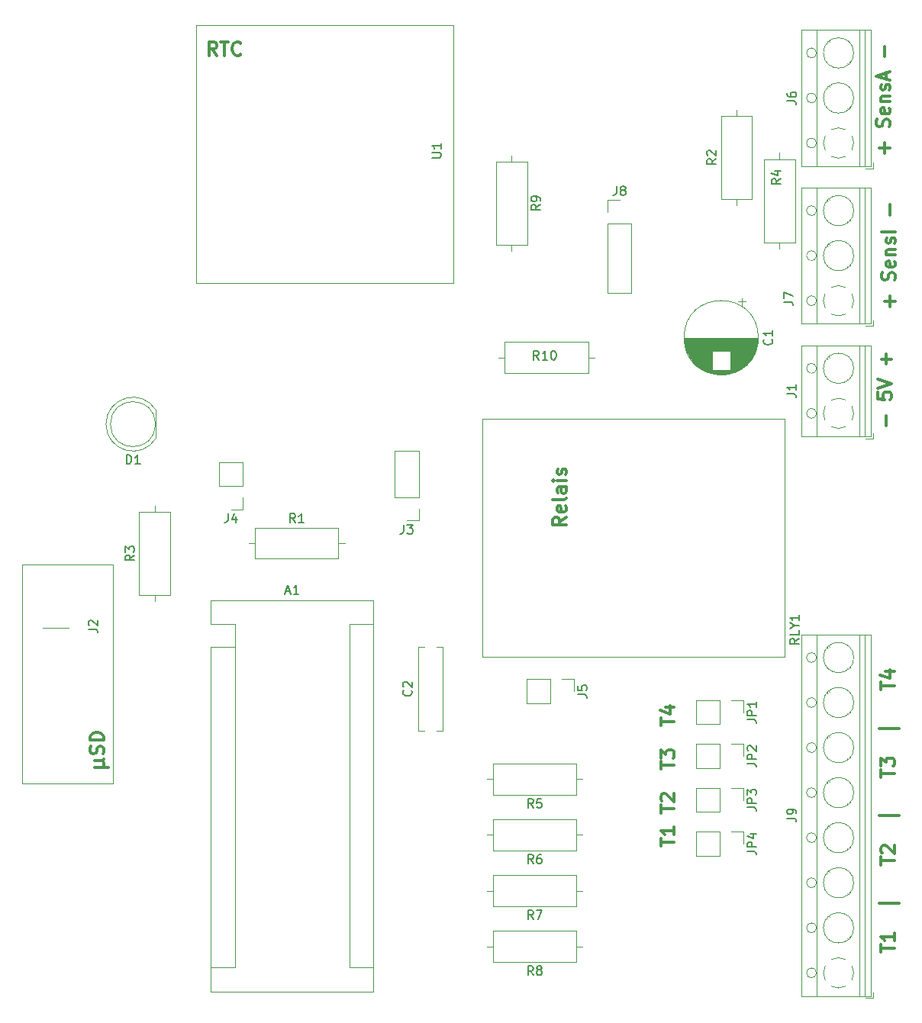
<source format=gbr>
%TF.GenerationSoftware,KiCad,Pcbnew,(6.0.7)*%
%TF.CreationDate,2022-10-11T21:25:08+02:00*%
%TF.ProjectId,Taupunktlueftung,54617570-756e-46b7-946c-75656674756e,rev?*%
%TF.SameCoordinates,Original*%
%TF.FileFunction,Legend,Top*%
%TF.FilePolarity,Positive*%
%FSLAX46Y46*%
G04 Gerber Fmt 4.6, Leading zero omitted, Abs format (unit mm)*
G04 Created by KiCad (PCBNEW (6.0.7)) date 2022-10-11 21:25:08*
%MOMM*%
%LPD*%
G01*
G04 APERTURE LIST*
%ADD10C,0.300000*%
%ADD11C,0.150000*%
%ADD12C,0.120000*%
G04 APERTURE END LIST*
D10*
X127607142Y-88400000D02*
X127607142Y-87257142D01*
X126678571Y-84685714D02*
X126678571Y-85400000D01*
X127392857Y-85471428D01*
X127321428Y-85400000D01*
X127250000Y-85257142D01*
X127250000Y-84900000D01*
X127321428Y-84757142D01*
X127392857Y-84685714D01*
X127535714Y-84614285D01*
X127892857Y-84614285D01*
X128035714Y-84685714D01*
X128107142Y-84757142D01*
X128178571Y-84900000D01*
X128178571Y-85257142D01*
X128107142Y-85400000D01*
X128035714Y-85471428D01*
X126678571Y-84185714D02*
X128178571Y-83685714D01*
X126678571Y-83185714D01*
X127607142Y-81542857D02*
X127607142Y-80400000D01*
X128178571Y-80971428D02*
X127035714Y-80971428D01*
X39778571Y-126292857D02*
X41278571Y-126292857D01*
X40564285Y-125578571D02*
X40707142Y-125507142D01*
X40778571Y-125364285D01*
X40564285Y-126292857D02*
X40707142Y-126221428D01*
X40778571Y-126078571D01*
X40778571Y-125792857D01*
X40707142Y-125650000D01*
X40564285Y-125578571D01*
X39778571Y-125578571D01*
X40707142Y-124792857D02*
X40778571Y-124578571D01*
X40778571Y-124221428D01*
X40707142Y-124078571D01*
X40635714Y-124007142D01*
X40492857Y-123935714D01*
X40350000Y-123935714D01*
X40207142Y-124007142D01*
X40135714Y-124078571D01*
X40064285Y-124221428D01*
X39992857Y-124507142D01*
X39921428Y-124650000D01*
X39850000Y-124721428D01*
X39707142Y-124792857D01*
X39564285Y-124792857D01*
X39421428Y-124721428D01*
X39350000Y-124650000D01*
X39278571Y-124507142D01*
X39278571Y-124150000D01*
X39350000Y-123935714D01*
X40778571Y-123292857D02*
X39278571Y-123292857D01*
X39278571Y-122935714D01*
X39350000Y-122721428D01*
X39492857Y-122578571D01*
X39635714Y-122507142D01*
X39921428Y-122435714D01*
X40135714Y-122435714D01*
X40421428Y-122507142D01*
X40564285Y-122578571D01*
X40707142Y-122721428D01*
X40778571Y-122935714D01*
X40778571Y-123292857D01*
X128007142Y-75142857D02*
X128007142Y-74000000D01*
X128578571Y-74571428D02*
X127435714Y-74571428D01*
X128507142Y-72214285D02*
X128578571Y-72000000D01*
X128578571Y-71642857D01*
X128507142Y-71500000D01*
X128435714Y-71428571D01*
X128292857Y-71357142D01*
X128150000Y-71357142D01*
X128007142Y-71428571D01*
X127935714Y-71500000D01*
X127864285Y-71642857D01*
X127792857Y-71928571D01*
X127721428Y-72071428D01*
X127650000Y-72142857D01*
X127507142Y-72214285D01*
X127364285Y-72214285D01*
X127221428Y-72142857D01*
X127150000Y-72071428D01*
X127078571Y-71928571D01*
X127078571Y-71571428D01*
X127150000Y-71357142D01*
X128507142Y-70142857D02*
X128578571Y-70285714D01*
X128578571Y-70571428D01*
X128507142Y-70714285D01*
X128364285Y-70785714D01*
X127792857Y-70785714D01*
X127650000Y-70714285D01*
X127578571Y-70571428D01*
X127578571Y-70285714D01*
X127650000Y-70142857D01*
X127792857Y-70071428D01*
X127935714Y-70071428D01*
X128078571Y-70785714D01*
X127578571Y-69428571D02*
X128578571Y-69428571D01*
X127721428Y-69428571D02*
X127650000Y-69357142D01*
X127578571Y-69214285D01*
X127578571Y-69000000D01*
X127650000Y-68857142D01*
X127792857Y-68785714D01*
X128578571Y-68785714D01*
X128507142Y-68142857D02*
X128578571Y-68000000D01*
X128578571Y-67714285D01*
X128507142Y-67571428D01*
X128364285Y-67500000D01*
X128292857Y-67500000D01*
X128150000Y-67571428D01*
X128078571Y-67714285D01*
X128078571Y-67928571D01*
X128007142Y-68071428D01*
X127864285Y-68142857D01*
X127792857Y-68142857D01*
X127650000Y-68071428D01*
X127578571Y-67928571D01*
X127578571Y-67714285D01*
X127650000Y-67571428D01*
X128578571Y-66857142D02*
X127078571Y-66857142D01*
X128007142Y-65000000D02*
X128007142Y-63857142D01*
X126978571Y-146814285D02*
X126978571Y-145957142D01*
X128478571Y-146385714D02*
X126978571Y-146385714D01*
X128478571Y-144671428D02*
X128478571Y-145528571D01*
X128478571Y-145100000D02*
X126978571Y-145100000D01*
X127192857Y-145242857D01*
X127335714Y-145385714D01*
X127407142Y-145528571D01*
X128978571Y-141385714D02*
X126835714Y-141385714D01*
X126978571Y-137100000D02*
X126978571Y-136242857D01*
X128478571Y-136671428D02*
X126978571Y-136671428D01*
X127121428Y-135814285D02*
X127050000Y-135742857D01*
X126978571Y-135600000D01*
X126978571Y-135242857D01*
X127050000Y-135100000D01*
X127121428Y-135028571D01*
X127264285Y-134957142D01*
X127407142Y-134957142D01*
X127621428Y-135028571D01*
X128478571Y-135885714D01*
X128478571Y-134957142D01*
X128978571Y-131671428D02*
X126835714Y-131671428D01*
X126978571Y-127385714D02*
X126978571Y-126528571D01*
X128478571Y-126957142D02*
X126978571Y-126957142D01*
X126978571Y-126171428D02*
X126978571Y-125242857D01*
X127550000Y-125742857D01*
X127550000Y-125528571D01*
X127621428Y-125385714D01*
X127692857Y-125314285D01*
X127835714Y-125242857D01*
X128192857Y-125242857D01*
X128335714Y-125314285D01*
X128407142Y-125385714D01*
X128478571Y-125528571D01*
X128478571Y-125957142D01*
X128407142Y-126100000D01*
X128335714Y-126171428D01*
X128978571Y-121957142D02*
X126835714Y-121957142D01*
X126978571Y-117671428D02*
X126978571Y-116814285D01*
X128478571Y-117242857D02*
X126978571Y-117242857D01*
X127478571Y-115671428D02*
X128478571Y-115671428D01*
X126907142Y-116028571D02*
X127978571Y-116385714D01*
X127978571Y-115457142D01*
X92078571Y-98514285D02*
X91364285Y-99014285D01*
X92078571Y-99371428D02*
X90578571Y-99371428D01*
X90578571Y-98800000D01*
X90650000Y-98657142D01*
X90721428Y-98585714D01*
X90864285Y-98514285D01*
X91078571Y-98514285D01*
X91221428Y-98585714D01*
X91292857Y-98657142D01*
X91364285Y-98800000D01*
X91364285Y-99371428D01*
X92007142Y-97300000D02*
X92078571Y-97442857D01*
X92078571Y-97728571D01*
X92007142Y-97871428D01*
X91864285Y-97942857D01*
X91292857Y-97942857D01*
X91150000Y-97871428D01*
X91078571Y-97728571D01*
X91078571Y-97442857D01*
X91150000Y-97300000D01*
X91292857Y-97228571D01*
X91435714Y-97228571D01*
X91578571Y-97942857D01*
X92078571Y-96371428D02*
X92007142Y-96514285D01*
X91864285Y-96585714D01*
X90578571Y-96585714D01*
X92078571Y-95157142D02*
X91292857Y-95157142D01*
X91150000Y-95228571D01*
X91078571Y-95371428D01*
X91078571Y-95657142D01*
X91150000Y-95800000D01*
X92007142Y-95157142D02*
X92078571Y-95300000D01*
X92078571Y-95657142D01*
X92007142Y-95800000D01*
X91864285Y-95871428D01*
X91721428Y-95871428D01*
X91578571Y-95800000D01*
X91507142Y-95657142D01*
X91507142Y-95300000D01*
X91435714Y-95157142D01*
X92078571Y-94442857D02*
X91078571Y-94442857D01*
X90578571Y-94442857D02*
X90650000Y-94514285D01*
X90721428Y-94442857D01*
X90650000Y-94371428D01*
X90578571Y-94442857D01*
X90721428Y-94442857D01*
X92007142Y-93800000D02*
X92078571Y-93657142D01*
X92078571Y-93371428D01*
X92007142Y-93228571D01*
X91864285Y-93157142D01*
X91792857Y-93157142D01*
X91650000Y-93228571D01*
X91578571Y-93371428D01*
X91578571Y-93585714D01*
X91507142Y-93728571D01*
X91364285Y-93800000D01*
X91292857Y-93800000D01*
X91150000Y-93728571D01*
X91078571Y-93585714D01*
X91078571Y-93371428D01*
X91150000Y-93228571D01*
X102578571Y-135057142D02*
X102578571Y-134200000D01*
X104078571Y-134628571D02*
X102578571Y-134628571D01*
X104078571Y-132914285D02*
X104078571Y-133771428D01*
X104078571Y-133342857D02*
X102578571Y-133342857D01*
X102792857Y-133485714D01*
X102935714Y-133628571D01*
X103007142Y-133771428D01*
X102578571Y-131342857D02*
X102578571Y-130485714D01*
X104078571Y-130914285D02*
X102578571Y-130914285D01*
X102721428Y-130057142D02*
X102650000Y-129985714D01*
X102578571Y-129842857D01*
X102578571Y-129485714D01*
X102650000Y-129342857D01*
X102721428Y-129271428D01*
X102864285Y-129200000D01*
X103007142Y-129200000D01*
X103221428Y-129271428D01*
X104078571Y-130128571D01*
X104078571Y-129200000D01*
X102578571Y-126485714D02*
X102578571Y-125628571D01*
X104078571Y-126057142D02*
X102578571Y-126057142D01*
X102578571Y-125271428D02*
X102578571Y-124342857D01*
X103150000Y-124842857D01*
X103150000Y-124628571D01*
X103221428Y-124485714D01*
X103292857Y-124414285D01*
X103435714Y-124342857D01*
X103792857Y-124342857D01*
X103935714Y-124414285D01*
X104007142Y-124485714D01*
X104078571Y-124628571D01*
X104078571Y-125057142D01*
X104007142Y-125200000D01*
X103935714Y-125271428D01*
X102578571Y-121628571D02*
X102578571Y-120771428D01*
X104078571Y-121200000D02*
X102578571Y-121200000D01*
X103078571Y-119628571D02*
X104078571Y-119628571D01*
X102507142Y-119985714D02*
X103578571Y-120342857D01*
X103578571Y-119414285D01*
X53342857Y-47278571D02*
X52842857Y-46564285D01*
X52485714Y-47278571D02*
X52485714Y-45778571D01*
X53057142Y-45778571D01*
X53200000Y-45850000D01*
X53271428Y-45921428D01*
X53342857Y-46064285D01*
X53342857Y-46278571D01*
X53271428Y-46421428D01*
X53200000Y-46492857D01*
X53057142Y-46564285D01*
X52485714Y-46564285D01*
X53771428Y-45778571D02*
X54628571Y-45778571D01*
X54200000Y-47278571D02*
X54200000Y-45778571D01*
X55985714Y-47135714D02*
X55914285Y-47207142D01*
X55700000Y-47278571D01*
X55557142Y-47278571D01*
X55342857Y-47207142D01*
X55200000Y-47064285D01*
X55128571Y-46921428D01*
X55057142Y-46635714D01*
X55057142Y-46421428D01*
X55128571Y-46135714D01*
X55200000Y-45992857D01*
X55342857Y-45850000D01*
X55557142Y-45778571D01*
X55700000Y-45778571D01*
X55914285Y-45850000D01*
X55985714Y-45921428D01*
X127407142Y-58128571D02*
X127407142Y-56985714D01*
X127978571Y-57557142D02*
X126835714Y-57557142D01*
X127907142Y-55200000D02*
X127978571Y-54985714D01*
X127978571Y-54628571D01*
X127907142Y-54485714D01*
X127835714Y-54414285D01*
X127692857Y-54342857D01*
X127550000Y-54342857D01*
X127407142Y-54414285D01*
X127335714Y-54485714D01*
X127264285Y-54628571D01*
X127192857Y-54914285D01*
X127121428Y-55057142D01*
X127050000Y-55128571D01*
X126907142Y-55200000D01*
X126764285Y-55200000D01*
X126621428Y-55128571D01*
X126550000Y-55057142D01*
X126478571Y-54914285D01*
X126478571Y-54557142D01*
X126550000Y-54342857D01*
X127907142Y-53128571D02*
X127978571Y-53271428D01*
X127978571Y-53557142D01*
X127907142Y-53700000D01*
X127764285Y-53771428D01*
X127192857Y-53771428D01*
X127050000Y-53700000D01*
X126978571Y-53557142D01*
X126978571Y-53271428D01*
X127050000Y-53128571D01*
X127192857Y-53057142D01*
X127335714Y-53057142D01*
X127478571Y-53771428D01*
X126978571Y-52414285D02*
X127978571Y-52414285D01*
X127121428Y-52414285D02*
X127050000Y-52342857D01*
X126978571Y-52200000D01*
X126978571Y-51985714D01*
X127050000Y-51842857D01*
X127192857Y-51771428D01*
X127978571Y-51771428D01*
X127907142Y-51128571D02*
X127978571Y-50985714D01*
X127978571Y-50700000D01*
X127907142Y-50557142D01*
X127764285Y-50485714D01*
X127692857Y-50485714D01*
X127550000Y-50557142D01*
X127478571Y-50700000D01*
X127478571Y-50914285D01*
X127407142Y-51057142D01*
X127264285Y-51128571D01*
X127192857Y-51128571D01*
X127050000Y-51057142D01*
X126978571Y-50914285D01*
X126978571Y-50700000D01*
X127050000Y-50557142D01*
X127550000Y-49914285D02*
X127550000Y-49200000D01*
X127978571Y-50057142D02*
X126478571Y-49557142D01*
X127978571Y-49057142D01*
X127407142Y-47414285D02*
X127407142Y-46271428D01*
D11*
%TO.C,U1*%
X77202380Y-58611904D02*
X78011904Y-58611904D01*
X78107142Y-58564285D01*
X78154761Y-58516666D01*
X78202380Y-58421428D01*
X78202380Y-58230952D01*
X78154761Y-58135714D01*
X78107142Y-58088095D01*
X78011904Y-58040476D01*
X77202380Y-58040476D01*
X78202380Y-57040476D02*
X78202380Y-57611904D01*
X78202380Y-57326190D02*
X77202380Y-57326190D01*
X77345238Y-57421428D01*
X77440476Y-57516666D01*
X77488095Y-57611904D01*
%TO.C,RLY1*%
X117902380Y-112000000D02*
X117426190Y-112333333D01*
X117902380Y-112571428D02*
X116902380Y-112571428D01*
X116902380Y-112190476D01*
X116950000Y-112095238D01*
X116997619Y-112047619D01*
X117092857Y-112000000D01*
X117235714Y-112000000D01*
X117330952Y-112047619D01*
X117378571Y-112095238D01*
X117426190Y-112190476D01*
X117426190Y-112571428D01*
X117902380Y-111095238D02*
X117902380Y-111571428D01*
X116902380Y-111571428D01*
X117426190Y-110571428D02*
X117902380Y-110571428D01*
X116902380Y-110904761D02*
X117426190Y-110571428D01*
X116902380Y-110238095D01*
X117902380Y-109380952D02*
X117902380Y-109952380D01*
X117902380Y-109666666D02*
X116902380Y-109666666D01*
X117045238Y-109761904D01*
X117140476Y-109857142D01*
X117188095Y-109952380D01*
%TO.C,J2*%
X39077380Y-110958333D02*
X39791666Y-110958333D01*
X39934523Y-111005952D01*
X40029761Y-111101190D01*
X40077380Y-111244047D01*
X40077380Y-111339285D01*
X39172619Y-110529761D02*
X39125000Y-110482142D01*
X39077380Y-110386904D01*
X39077380Y-110148809D01*
X39125000Y-110053571D01*
X39172619Y-110005952D01*
X39267857Y-109958333D01*
X39363095Y-109958333D01*
X39505952Y-110005952D01*
X40077380Y-110577380D01*
X40077380Y-109958333D01*
%TO.C,R1*%
X62033333Y-99132380D02*
X61700000Y-98656190D01*
X61461904Y-99132380D02*
X61461904Y-98132380D01*
X61842857Y-98132380D01*
X61938095Y-98180000D01*
X61985714Y-98227619D01*
X62033333Y-98322857D01*
X62033333Y-98465714D01*
X61985714Y-98560952D01*
X61938095Y-98608571D01*
X61842857Y-98656190D01*
X61461904Y-98656190D01*
X62985714Y-99132380D02*
X62414285Y-99132380D01*
X62700000Y-99132380D02*
X62700000Y-98132380D01*
X62604761Y-98275238D01*
X62509523Y-98370476D01*
X62414285Y-98418095D01*
%TO.C,R4*%
X115852380Y-60966666D02*
X115376190Y-61300000D01*
X115852380Y-61538095D02*
X114852380Y-61538095D01*
X114852380Y-61157142D01*
X114900000Y-61061904D01*
X114947619Y-61014285D01*
X115042857Y-60966666D01*
X115185714Y-60966666D01*
X115280952Y-61014285D01*
X115328571Y-61061904D01*
X115376190Y-61157142D01*
X115376190Y-61538095D01*
X115185714Y-60109523D02*
X115852380Y-60109523D01*
X114804761Y-60347619D02*
X115519047Y-60585714D01*
X115519047Y-59966666D01*
%TO.C,J4*%
X54566666Y-98112380D02*
X54566666Y-98826666D01*
X54519047Y-98969523D01*
X54423809Y-99064761D01*
X54280952Y-99112380D01*
X54185714Y-99112380D01*
X55471428Y-98445714D02*
X55471428Y-99112380D01*
X55233333Y-98064761D02*
X54995238Y-98779047D01*
X55614285Y-98779047D01*
%TO.C,C2*%
X74882142Y-117741666D02*
X74929761Y-117789285D01*
X74977380Y-117932142D01*
X74977380Y-118027380D01*
X74929761Y-118170238D01*
X74834523Y-118265476D01*
X74739285Y-118313095D01*
X74548809Y-118360714D01*
X74405952Y-118360714D01*
X74215476Y-118313095D01*
X74120238Y-118265476D01*
X74025000Y-118170238D01*
X73977380Y-118027380D01*
X73977380Y-117932142D01*
X74025000Y-117789285D01*
X74072619Y-117741666D01*
X74072619Y-117360714D02*
X74025000Y-117313095D01*
X73977380Y-117217857D01*
X73977380Y-116979761D01*
X74025000Y-116884523D01*
X74072619Y-116836904D01*
X74167857Y-116789285D01*
X74263095Y-116789285D01*
X74405952Y-116836904D01*
X74977380Y-117408333D01*
X74977380Y-116789285D01*
%TO.C,R7*%
X88433333Y-143155712D02*
X88100000Y-142679522D01*
X87861904Y-143155712D02*
X87861904Y-142155712D01*
X88242857Y-142155712D01*
X88338095Y-142203332D01*
X88385714Y-142250951D01*
X88433333Y-142346189D01*
X88433333Y-142489046D01*
X88385714Y-142584284D01*
X88338095Y-142631903D01*
X88242857Y-142679522D01*
X87861904Y-142679522D01*
X88766666Y-142155712D02*
X89433333Y-142155712D01*
X89004761Y-143155712D01*
%TO.C,R9*%
X89197380Y-63841666D02*
X88721190Y-64175000D01*
X89197380Y-64413095D02*
X88197380Y-64413095D01*
X88197380Y-64032142D01*
X88245000Y-63936904D01*
X88292619Y-63889285D01*
X88387857Y-63841666D01*
X88530714Y-63841666D01*
X88625952Y-63889285D01*
X88673571Y-63936904D01*
X88721190Y-64032142D01*
X88721190Y-64413095D01*
X89197380Y-63365476D02*
X89197380Y-63175000D01*
X89149761Y-63079761D01*
X89102142Y-63032142D01*
X88959285Y-62936904D01*
X88768809Y-62889285D01*
X88387857Y-62889285D01*
X88292619Y-62936904D01*
X88245000Y-62984523D01*
X88197380Y-63079761D01*
X88197380Y-63270238D01*
X88245000Y-63365476D01*
X88292619Y-63413095D01*
X88387857Y-63460714D01*
X88625952Y-63460714D01*
X88721190Y-63413095D01*
X88768809Y-63365476D01*
X88816428Y-63270238D01*
X88816428Y-63079761D01*
X88768809Y-62984523D01*
X88721190Y-62936904D01*
X88625952Y-62889285D01*
%TO.C,R2*%
X108707380Y-58766666D02*
X108231190Y-59100000D01*
X108707380Y-59338095D02*
X107707380Y-59338095D01*
X107707380Y-58957142D01*
X107755000Y-58861904D01*
X107802619Y-58814285D01*
X107897857Y-58766666D01*
X108040714Y-58766666D01*
X108135952Y-58814285D01*
X108183571Y-58861904D01*
X108231190Y-58957142D01*
X108231190Y-59338095D01*
X107802619Y-58385714D02*
X107755000Y-58338095D01*
X107707380Y-58242857D01*
X107707380Y-58004761D01*
X107755000Y-57909523D01*
X107802619Y-57861904D01*
X107897857Y-57814285D01*
X107993095Y-57814285D01*
X108135952Y-57861904D01*
X108707380Y-58433333D01*
X108707380Y-57814285D01*
%TO.C,D1*%
X43291904Y-92612380D02*
X43291904Y-91612380D01*
X43530000Y-91612380D01*
X43672857Y-91660000D01*
X43768095Y-91755238D01*
X43815714Y-91850476D01*
X43863333Y-92040952D01*
X43863333Y-92183809D01*
X43815714Y-92374285D01*
X43768095Y-92469523D01*
X43672857Y-92564761D01*
X43530000Y-92612380D01*
X43291904Y-92612380D01*
X44815714Y-92612380D02*
X44244285Y-92612380D01*
X44530000Y-92612380D02*
X44530000Y-91612380D01*
X44434761Y-91755238D01*
X44339523Y-91850476D01*
X44244285Y-91898095D01*
%TO.C,R8*%
X88433333Y-149347380D02*
X88100000Y-148871190D01*
X87861904Y-149347380D02*
X87861904Y-148347380D01*
X88242857Y-148347380D01*
X88338095Y-148395000D01*
X88385714Y-148442619D01*
X88433333Y-148537857D01*
X88433333Y-148680714D01*
X88385714Y-148775952D01*
X88338095Y-148823571D01*
X88242857Y-148871190D01*
X87861904Y-148871190D01*
X89004761Y-148775952D02*
X88909523Y-148728333D01*
X88861904Y-148680714D01*
X88814285Y-148585476D01*
X88814285Y-148537857D01*
X88861904Y-148442619D01*
X88909523Y-148395000D01*
X89004761Y-148347380D01*
X89195238Y-148347380D01*
X89290476Y-148395000D01*
X89338095Y-148442619D01*
X89385714Y-148537857D01*
X89385714Y-148585476D01*
X89338095Y-148680714D01*
X89290476Y-148728333D01*
X89195238Y-148775952D01*
X89004761Y-148775952D01*
X88909523Y-148823571D01*
X88861904Y-148871190D01*
X88814285Y-148966428D01*
X88814285Y-149156904D01*
X88861904Y-149252142D01*
X88909523Y-149299761D01*
X89004761Y-149347380D01*
X89195238Y-149347380D01*
X89290476Y-149299761D01*
X89338095Y-149252142D01*
X89385714Y-149156904D01*
X89385714Y-148966428D01*
X89338095Y-148871190D01*
X89290476Y-148823571D01*
X89195238Y-148775952D01*
%TO.C,C1*%
X114882142Y-78766666D02*
X114929761Y-78814285D01*
X114977380Y-78957142D01*
X114977380Y-79052380D01*
X114929761Y-79195238D01*
X114834523Y-79290476D01*
X114739285Y-79338095D01*
X114548809Y-79385714D01*
X114405952Y-79385714D01*
X114215476Y-79338095D01*
X114120238Y-79290476D01*
X114025000Y-79195238D01*
X113977380Y-79052380D01*
X113977380Y-78957142D01*
X114025000Y-78814285D01*
X114072619Y-78766666D01*
X114977380Y-77814285D02*
X114977380Y-78385714D01*
X114977380Y-78100000D02*
X113977380Y-78100000D01*
X114120238Y-78195238D01*
X114215476Y-78290476D01*
X114263095Y-78385714D01*
%TO.C,J8*%
X97666666Y-61797380D02*
X97666666Y-62511666D01*
X97619047Y-62654523D01*
X97523809Y-62749761D01*
X97380952Y-62797380D01*
X97285714Y-62797380D01*
X98285714Y-62225952D02*
X98190476Y-62178333D01*
X98142857Y-62130714D01*
X98095238Y-62035476D01*
X98095238Y-61987857D01*
X98142857Y-61892619D01*
X98190476Y-61845000D01*
X98285714Y-61797380D01*
X98476190Y-61797380D01*
X98571428Y-61845000D01*
X98619047Y-61892619D01*
X98666666Y-61987857D01*
X98666666Y-62035476D01*
X98619047Y-62130714D01*
X98571428Y-62178333D01*
X98476190Y-62225952D01*
X98285714Y-62225952D01*
X98190476Y-62273571D01*
X98142857Y-62321190D01*
X98095238Y-62416428D01*
X98095238Y-62606904D01*
X98142857Y-62702142D01*
X98190476Y-62749761D01*
X98285714Y-62797380D01*
X98476190Y-62797380D01*
X98571428Y-62749761D01*
X98619047Y-62702142D01*
X98666666Y-62606904D01*
X98666666Y-62416428D01*
X98619047Y-62321190D01*
X98571428Y-62273571D01*
X98476190Y-62225952D01*
%TO.C,J5*%
X93382380Y-118183333D02*
X94096666Y-118183333D01*
X94239523Y-118230952D01*
X94334761Y-118326190D01*
X94382380Y-118469047D01*
X94382380Y-118564285D01*
X93382380Y-117230952D02*
X93382380Y-117707142D01*
X93858571Y-117754761D01*
X93810952Y-117707142D01*
X93763333Y-117611904D01*
X93763333Y-117373809D01*
X93810952Y-117278571D01*
X93858571Y-117230952D01*
X93953809Y-117183333D01*
X94191904Y-117183333D01*
X94287142Y-117230952D01*
X94334761Y-117278571D01*
X94382380Y-117373809D01*
X94382380Y-117611904D01*
X94334761Y-117707142D01*
X94287142Y-117754761D01*
%TO.C,J6*%
X116592380Y-52333333D02*
X117306666Y-52333333D01*
X117449523Y-52380952D01*
X117544761Y-52476190D01*
X117592380Y-52619047D01*
X117592380Y-52714285D01*
X116592380Y-51428571D02*
X116592380Y-51619047D01*
X116640000Y-51714285D01*
X116687619Y-51761904D01*
X116830476Y-51857142D01*
X117020952Y-51904761D01*
X117401904Y-51904761D01*
X117497142Y-51857142D01*
X117544761Y-51809523D01*
X117592380Y-51714285D01*
X117592380Y-51523809D01*
X117544761Y-51428571D01*
X117497142Y-51380952D01*
X117401904Y-51333333D01*
X117163809Y-51333333D01*
X117068571Y-51380952D01*
X117020952Y-51428571D01*
X116973333Y-51523809D01*
X116973333Y-51714285D01*
X117020952Y-51809523D01*
X117068571Y-51857142D01*
X117163809Y-51904761D01*
%TO.C,J1*%
X116592380Y-84833333D02*
X117306666Y-84833333D01*
X117449523Y-84880952D01*
X117544761Y-84976190D01*
X117592380Y-85119047D01*
X117592380Y-85214285D01*
X117592380Y-83833333D02*
X117592380Y-84404761D01*
X117592380Y-84119047D02*
X116592380Y-84119047D01*
X116735238Y-84214285D01*
X116830476Y-84309523D01*
X116878095Y-84404761D01*
%TO.C,J7*%
X116252380Y-74633333D02*
X116966666Y-74633333D01*
X117109523Y-74680952D01*
X117204761Y-74776190D01*
X117252380Y-74919047D01*
X117252380Y-75014285D01*
X116252380Y-74252380D02*
X116252380Y-73585714D01*
X117252380Y-74014285D01*
%TO.C,J9*%
X116592380Y-131933333D02*
X117306666Y-131933333D01*
X117449523Y-131980952D01*
X117544761Y-132076190D01*
X117592380Y-132219047D01*
X117592380Y-132314285D01*
X117592380Y-131409523D02*
X117592380Y-131219047D01*
X117544761Y-131123809D01*
X117497142Y-131076190D01*
X117354285Y-130980952D01*
X117163809Y-130933333D01*
X116782857Y-130933333D01*
X116687619Y-130980952D01*
X116640000Y-131028571D01*
X116592380Y-131123809D01*
X116592380Y-131314285D01*
X116640000Y-131409523D01*
X116687619Y-131457142D01*
X116782857Y-131504761D01*
X117020952Y-131504761D01*
X117116190Y-131457142D01*
X117163809Y-131409523D01*
X117211428Y-131314285D01*
X117211428Y-131123809D01*
X117163809Y-131028571D01*
X117116190Y-130980952D01*
X117020952Y-130933333D01*
%TO.C,R3*%
X44182380Y-102741666D02*
X43706190Y-103075000D01*
X44182380Y-103313095D02*
X43182380Y-103313095D01*
X43182380Y-102932142D01*
X43230000Y-102836904D01*
X43277619Y-102789285D01*
X43372857Y-102741666D01*
X43515714Y-102741666D01*
X43610952Y-102789285D01*
X43658571Y-102836904D01*
X43706190Y-102932142D01*
X43706190Y-103313095D01*
X43182380Y-102408333D02*
X43182380Y-101789285D01*
X43563333Y-102122619D01*
X43563333Y-101979761D01*
X43610952Y-101884523D01*
X43658571Y-101836904D01*
X43753809Y-101789285D01*
X43991904Y-101789285D01*
X44087142Y-101836904D01*
X44134761Y-101884523D01*
X44182380Y-101979761D01*
X44182380Y-102265476D01*
X44134761Y-102360714D01*
X44087142Y-102408333D01*
%TO.C,J3*%
X74066666Y-99362380D02*
X74066666Y-100076666D01*
X74019047Y-100219523D01*
X73923809Y-100314761D01*
X73780952Y-100362380D01*
X73685714Y-100362380D01*
X74447619Y-99362380D02*
X75066666Y-99362380D01*
X74733333Y-99743333D01*
X74876190Y-99743333D01*
X74971428Y-99790952D01*
X75019047Y-99838571D01*
X75066666Y-99933809D01*
X75066666Y-100171904D01*
X75019047Y-100267142D01*
X74971428Y-100314761D01*
X74876190Y-100362380D01*
X74590476Y-100362380D01*
X74495238Y-100314761D01*
X74447619Y-100267142D01*
%TO.C,R10*%
X89057142Y-81052380D02*
X88723809Y-80576190D01*
X88485714Y-81052380D02*
X88485714Y-80052380D01*
X88866666Y-80052380D01*
X88961904Y-80100000D01*
X89009523Y-80147619D01*
X89057142Y-80242857D01*
X89057142Y-80385714D01*
X89009523Y-80480952D01*
X88961904Y-80528571D01*
X88866666Y-80576190D01*
X88485714Y-80576190D01*
X90009523Y-81052380D02*
X89438095Y-81052380D01*
X89723809Y-81052380D02*
X89723809Y-80052380D01*
X89628571Y-80195238D01*
X89533333Y-80290476D01*
X89438095Y-80338095D01*
X90628571Y-80052380D02*
X90723809Y-80052380D01*
X90819047Y-80100000D01*
X90866666Y-80147619D01*
X90914285Y-80242857D01*
X90961904Y-80433333D01*
X90961904Y-80671428D01*
X90914285Y-80861904D01*
X90866666Y-80957142D01*
X90819047Y-81004761D01*
X90723809Y-81052380D01*
X90628571Y-81052380D01*
X90533333Y-81004761D01*
X90485714Y-80957142D01*
X90438095Y-80861904D01*
X90390476Y-80671428D01*
X90390476Y-80433333D01*
X90438095Y-80242857D01*
X90485714Y-80147619D01*
X90533333Y-80100000D01*
X90628571Y-80052380D01*
%TO.C,A1*%
X60980714Y-106761666D02*
X61456904Y-106761666D01*
X60885476Y-107047380D02*
X61218809Y-106047380D01*
X61552142Y-107047380D01*
X62409285Y-107047380D02*
X61837857Y-107047380D01*
X62123571Y-107047380D02*
X62123571Y-106047380D01*
X62028333Y-106190238D01*
X61933095Y-106285476D01*
X61837857Y-106333095D01*
%TO.C,JP2*%
X112182380Y-125874999D02*
X112896666Y-125874999D01*
X113039523Y-125922618D01*
X113134761Y-126017856D01*
X113182380Y-126160713D01*
X113182380Y-126255951D01*
X113182380Y-125398808D02*
X112182380Y-125398808D01*
X112182380Y-125017856D01*
X112230000Y-124922618D01*
X112277619Y-124874999D01*
X112372857Y-124827380D01*
X112515714Y-124827380D01*
X112610952Y-124874999D01*
X112658571Y-124922618D01*
X112706190Y-125017856D01*
X112706190Y-125398808D01*
X112277619Y-124446427D02*
X112230000Y-124398808D01*
X112182380Y-124303570D01*
X112182380Y-124065475D01*
X112230000Y-123970237D01*
X112277619Y-123922618D01*
X112372857Y-123874999D01*
X112468095Y-123874999D01*
X112610952Y-123922618D01*
X113182380Y-124494046D01*
X113182380Y-123874999D01*
%TO.C,JP1*%
X112182380Y-121008333D02*
X112896666Y-121008333D01*
X113039523Y-121055952D01*
X113134761Y-121151190D01*
X113182380Y-121294047D01*
X113182380Y-121389285D01*
X113182380Y-120532142D02*
X112182380Y-120532142D01*
X112182380Y-120151190D01*
X112230000Y-120055952D01*
X112277619Y-120008333D01*
X112372857Y-119960714D01*
X112515714Y-119960714D01*
X112610952Y-120008333D01*
X112658571Y-120055952D01*
X112706190Y-120151190D01*
X112706190Y-120532142D01*
X113182380Y-119008333D02*
X113182380Y-119579761D01*
X113182380Y-119294047D02*
X112182380Y-119294047D01*
X112325238Y-119389285D01*
X112420476Y-119484523D01*
X112468095Y-119579761D01*
%TO.C,JP3*%
X112182380Y-130741665D02*
X112896666Y-130741665D01*
X113039523Y-130789284D01*
X113134761Y-130884522D01*
X113182380Y-131027379D01*
X113182380Y-131122617D01*
X113182380Y-130265474D02*
X112182380Y-130265474D01*
X112182380Y-129884522D01*
X112230000Y-129789284D01*
X112277619Y-129741665D01*
X112372857Y-129694046D01*
X112515714Y-129694046D01*
X112610952Y-129741665D01*
X112658571Y-129789284D01*
X112706190Y-129884522D01*
X112706190Y-130265474D01*
X112182380Y-129360712D02*
X112182380Y-128741665D01*
X112563333Y-129074998D01*
X112563333Y-128932141D01*
X112610952Y-128836903D01*
X112658571Y-128789284D01*
X112753809Y-128741665D01*
X112991904Y-128741665D01*
X113087142Y-128789284D01*
X113134761Y-128836903D01*
X113182380Y-128932141D01*
X113182380Y-129217855D01*
X113134761Y-129313093D01*
X113087142Y-129360712D01*
%TO.C,JP4*%
X112182380Y-135608333D02*
X112896666Y-135608333D01*
X113039523Y-135655952D01*
X113134761Y-135751190D01*
X113182380Y-135894047D01*
X113182380Y-135989285D01*
X113182380Y-135132142D02*
X112182380Y-135132142D01*
X112182380Y-134751190D01*
X112230000Y-134655952D01*
X112277619Y-134608333D01*
X112372857Y-134560714D01*
X112515714Y-134560714D01*
X112610952Y-134608333D01*
X112658571Y-134655952D01*
X112706190Y-134751190D01*
X112706190Y-135132142D01*
X112515714Y-133703571D02*
X113182380Y-133703571D01*
X112134761Y-133941666D02*
X112849047Y-134179761D01*
X112849047Y-133560714D01*
%TO.C,R5*%
X88433333Y-130772380D02*
X88100000Y-130296190D01*
X87861904Y-130772380D02*
X87861904Y-129772380D01*
X88242857Y-129772380D01*
X88338095Y-129820000D01*
X88385714Y-129867619D01*
X88433333Y-129962857D01*
X88433333Y-130105714D01*
X88385714Y-130200952D01*
X88338095Y-130248571D01*
X88242857Y-130296190D01*
X87861904Y-130296190D01*
X89338095Y-129772380D02*
X88861904Y-129772380D01*
X88814285Y-130248571D01*
X88861904Y-130200952D01*
X88957142Y-130153333D01*
X89195238Y-130153333D01*
X89290476Y-130200952D01*
X89338095Y-130248571D01*
X89385714Y-130343809D01*
X89385714Y-130581904D01*
X89338095Y-130677142D01*
X89290476Y-130724761D01*
X89195238Y-130772380D01*
X88957142Y-130772380D01*
X88861904Y-130724761D01*
X88814285Y-130677142D01*
%TO.C,R6*%
X88433333Y-136964046D02*
X88100000Y-136487856D01*
X87861904Y-136964046D02*
X87861904Y-135964046D01*
X88242857Y-135964046D01*
X88338095Y-136011666D01*
X88385714Y-136059285D01*
X88433333Y-136154523D01*
X88433333Y-136297380D01*
X88385714Y-136392618D01*
X88338095Y-136440237D01*
X88242857Y-136487856D01*
X87861904Y-136487856D01*
X89290476Y-135964046D02*
X89100000Y-135964046D01*
X89004761Y-136011666D01*
X88957142Y-136059285D01*
X88861904Y-136202142D01*
X88814285Y-136392618D01*
X88814285Y-136773570D01*
X88861904Y-136868808D01*
X88909523Y-136916427D01*
X89004761Y-136964046D01*
X89195238Y-136964046D01*
X89290476Y-136916427D01*
X89338095Y-136868808D01*
X89385714Y-136773570D01*
X89385714Y-136535475D01*
X89338095Y-136440237D01*
X89290476Y-136392618D01*
X89195238Y-136344999D01*
X89004761Y-136344999D01*
X88909523Y-136392618D01*
X88861904Y-136440237D01*
X88814285Y-136535475D01*
D12*
%TO.C,U1*%
X79600000Y-72500000D02*
X51000000Y-72500000D01*
X79600000Y-43900000D02*
X51000000Y-43900000D01*
X79600000Y-72500000D02*
X79600000Y-43900000D01*
X51000000Y-43900000D02*
X51000000Y-72500000D01*
%TO.C,RLY1*%
X116300000Y-87600000D02*
X82800000Y-87600000D01*
X82800000Y-114000000D02*
X116300000Y-114000000D01*
X116300000Y-114000000D02*
X116300000Y-87600000D01*
X82800000Y-87600000D02*
X82800000Y-114000000D01*
%TO.C,J2*%
X31775000Y-103775000D02*
X31775000Y-128075000D01*
X36925000Y-110845000D02*
X34025000Y-110845000D01*
X31775000Y-103775000D02*
X41775000Y-103775000D01*
X31775000Y-128075000D02*
X41775000Y-128075000D01*
X41775000Y-103775000D02*
X41775000Y-128075000D01*
%TO.C,R1*%
X66820000Y-103120000D02*
X66820000Y-99680000D01*
X67510000Y-101400000D02*
X66820000Y-101400000D01*
X66820000Y-99680000D02*
X57580000Y-99680000D01*
X57580000Y-99680000D02*
X57580000Y-103120000D01*
X56890000Y-101400000D02*
X57580000Y-101400000D01*
X57580000Y-103120000D02*
X66820000Y-103120000D01*
%TO.C,R4*%
X114030000Y-68020000D02*
X117470000Y-68020000D01*
X117470000Y-58780000D02*
X114030000Y-58780000D01*
X114030000Y-58780000D02*
X114030000Y-68020000D01*
X115750000Y-58090000D02*
X115750000Y-58780000D01*
X117470000Y-68020000D02*
X117470000Y-58780000D01*
X115750000Y-68710000D02*
X115750000Y-68020000D01*
%TO.C,J4*%
X56230000Y-97660000D02*
X54900000Y-97660000D01*
X53570000Y-95060000D02*
X53570000Y-92460000D01*
X56230000Y-96330000D02*
X56230000Y-97660000D01*
X56230000Y-92460000D02*
X53570000Y-92460000D01*
X56230000Y-95060000D02*
X56230000Y-92460000D01*
X56230000Y-95060000D02*
X53570000Y-95060000D01*
%TO.C,C2*%
X78395000Y-122195000D02*
X78395000Y-112955000D01*
X75655000Y-122195000D02*
X75655000Y-112955000D01*
X75655000Y-122195000D02*
X76360000Y-122195000D01*
X75655000Y-112955000D02*
X76360000Y-112955000D01*
X77690000Y-122195000D02*
X78395000Y-122195000D01*
X77690000Y-112955000D02*
X78395000Y-112955000D01*
%TO.C,R7*%
X83980000Y-141703332D02*
X93220000Y-141703332D01*
X93220000Y-141703332D02*
X93220000Y-138263332D01*
X93910000Y-139983332D02*
X93220000Y-139983332D01*
X83980000Y-138263332D02*
X83980000Y-141703332D01*
X83290000Y-139983332D02*
X83980000Y-139983332D01*
X93220000Y-138263332D02*
X83980000Y-138263332D01*
%TO.C,R9*%
X84305000Y-59055000D02*
X84305000Y-68295000D01*
X86025000Y-58365000D02*
X86025000Y-59055000D01*
X87745000Y-59055000D02*
X84305000Y-59055000D01*
X87745000Y-68295000D02*
X87745000Y-59055000D01*
X86025000Y-68985000D02*
X86025000Y-68295000D01*
X84305000Y-68295000D02*
X87745000Y-68295000D01*
%TO.C,R2*%
X112695000Y-63220000D02*
X112695000Y-53980000D01*
X110975000Y-53290000D02*
X110975000Y-53980000D01*
X109255000Y-53980000D02*
X109255000Y-63220000D01*
X112695000Y-53980000D02*
X109255000Y-53980000D01*
X109255000Y-63220000D02*
X112695000Y-63220000D01*
X110975000Y-63910000D02*
X110975000Y-63220000D01*
%TO.C,D1*%
X46590000Y-89745000D02*
X46590000Y-86655000D01*
X46590000Y-86655170D02*
G75*
G03*
X41040000Y-88200462I-2560000J-1544830D01*
G01*
X41040000Y-88199538D02*
G75*
G03*
X46590000Y-89744830I2990000J-462D01*
G01*
X46530000Y-88200000D02*
G75*
G03*
X46530000Y-88200000I-2500000J0D01*
G01*
%TO.C,R8*%
X93220000Y-144455000D02*
X83980000Y-144455000D01*
X93910000Y-146175000D02*
X93220000Y-146175000D01*
X83980000Y-147895000D02*
X93220000Y-147895000D01*
X83980000Y-144455000D02*
X83980000Y-147895000D01*
X83290000Y-146175000D02*
X83980000Y-146175000D01*
X93220000Y-147895000D02*
X93220000Y-144455000D01*
%TO.C,C1*%
X113323000Y-79120000D02*
X105227000Y-79120000D01*
X112555000Y-81041000D02*
X110315000Y-81041000D01*
X113343000Y-78920000D02*
X105207000Y-78920000D01*
X113332000Y-79040000D02*
X105218000Y-79040000D01*
X108235000Y-81321000D02*
X106220000Y-81321000D01*
X112719000Y-80801000D02*
X110315000Y-80801000D01*
X111729000Y-81881000D02*
X110315000Y-81881000D01*
X112016000Y-81641000D02*
X110315000Y-81641000D01*
X110043000Y-82641000D02*
X108507000Y-82641000D01*
X111377000Y-82121000D02*
X110315000Y-82121000D01*
X108235000Y-82041000D02*
X107047000Y-82041000D01*
X108235000Y-80241000D02*
X105535000Y-80241000D01*
X108235000Y-81041000D02*
X105995000Y-81041000D01*
X111503000Y-82041000D02*
X110315000Y-82041000D01*
X108235000Y-81761000D02*
X106671000Y-81761000D01*
X113336000Y-79000000D02*
X105214000Y-79000000D01*
X112768000Y-80721000D02*
X110315000Y-80721000D01*
X112792000Y-80681000D02*
X110315000Y-80681000D01*
X108235000Y-80841000D02*
X105857000Y-80841000D01*
X111006000Y-82321000D02*
X107544000Y-82321000D01*
X113292000Y-79321000D02*
X105258000Y-79321000D01*
X113138000Y-79921000D02*
X105412000Y-79921000D01*
X112859000Y-80561000D02*
X110315000Y-80561000D01*
X113242000Y-79561000D02*
X105308000Y-79561000D01*
X108235000Y-81961000D02*
X106930000Y-81961000D01*
X111879000Y-81761000D02*
X110315000Y-81761000D01*
X112961000Y-80361000D02*
X110315000Y-80361000D01*
X112495000Y-81121000D02*
X110315000Y-81121000D01*
X113065000Y-80121000D02*
X110315000Y-80121000D01*
X113327000Y-79080000D02*
X105223000Y-79080000D01*
X112365000Y-81281000D02*
X110315000Y-81281000D01*
X112837000Y-80601000D02*
X110315000Y-80601000D01*
X112399000Y-81241000D02*
X110315000Y-81241000D01*
X113352000Y-78760000D02*
X105198000Y-78760000D01*
X108235000Y-80081000D02*
X105470000Y-80081000D01*
X108235000Y-81081000D02*
X106025000Y-81081000D01*
X108235000Y-81641000D02*
X106534000Y-81641000D01*
X112584000Y-81001000D02*
X110315000Y-81001000D01*
X112922000Y-80441000D02*
X110315000Y-80441000D01*
X108235000Y-80721000D02*
X105782000Y-80721000D01*
X108235000Y-81601000D02*
X106491000Y-81601000D01*
X113222000Y-79641000D02*
X105328000Y-79641000D01*
X113346000Y-78880000D02*
X105204000Y-78880000D01*
X112182000Y-81481000D02*
X110315000Y-81481000D01*
X113152000Y-79881000D02*
X105398000Y-79881000D01*
X108235000Y-80801000D02*
X105831000Y-80801000D01*
X108235000Y-80201000D02*
X105518000Y-80201000D01*
X112258000Y-81401000D02*
X110315000Y-81401000D01*
X108235000Y-81161000D02*
X106086000Y-81161000D01*
X108235000Y-80761000D02*
X105806000Y-80761000D01*
X108235000Y-81401000D02*
X106292000Y-81401000D01*
X113211000Y-79681000D02*
X105339000Y-79681000D01*
X108235000Y-81361000D02*
X106256000Y-81361000D01*
X108235000Y-80641000D02*
X105735000Y-80641000D01*
X110504000Y-82521000D02*
X108046000Y-82521000D01*
X108235000Y-80161000D02*
X105501000Y-80161000D01*
X108235000Y-80361000D02*
X105589000Y-80361000D01*
X108235000Y-81441000D02*
X106330000Y-81441000D01*
X113277000Y-79401000D02*
X105273000Y-79401000D01*
X108235000Y-80401000D02*
X105609000Y-80401000D01*
X113015000Y-80241000D02*
X110315000Y-80241000D01*
X113032000Y-80201000D02*
X110315000Y-80201000D01*
X113200000Y-79721000D02*
X105350000Y-79721000D01*
X111780000Y-81841000D02*
X110315000Y-81841000D01*
X112294000Y-81361000D02*
X110315000Y-81361000D01*
X113269000Y-79441000D02*
X105281000Y-79441000D01*
X112059000Y-81601000D02*
X110315000Y-81601000D01*
X112525000Y-81081000D02*
X110315000Y-81081000D01*
X110621000Y-82481000D02*
X107929000Y-82481000D01*
X112330000Y-81321000D02*
X110315000Y-81321000D01*
X112881000Y-80521000D02*
X110315000Y-80521000D01*
X108235000Y-80121000D02*
X105485000Y-80121000D01*
X108235000Y-81681000D02*
X106578000Y-81681000D01*
X113177000Y-79801000D02*
X105373000Y-79801000D01*
X113285000Y-79361000D02*
X105265000Y-79361000D01*
X108235000Y-81561000D02*
X106449000Y-81561000D01*
X108235000Y-80521000D02*
X105669000Y-80521000D01*
X113125000Y-79961000D02*
X105425000Y-79961000D01*
X108235000Y-80601000D02*
X105713000Y-80601000D01*
X108235000Y-81881000D02*
X106821000Y-81881000D01*
X108235000Y-81281000D02*
X106185000Y-81281000D01*
X112997000Y-80281000D02*
X110315000Y-80281000D01*
X111990000Y-74590302D02*
X111190000Y-74590302D01*
X108235000Y-81481000D02*
X106368000Y-81481000D01*
X112941000Y-80401000D02*
X110315000Y-80401000D01*
X112902000Y-80481000D02*
X110315000Y-80481000D01*
X112815000Y-80641000D02*
X110315000Y-80641000D01*
X113312000Y-79200000D02*
X105238000Y-79200000D01*
X108235000Y-81521000D02*
X106408000Y-81521000D01*
X108235000Y-80441000D02*
X105628000Y-80441000D01*
X113164000Y-79841000D02*
X105386000Y-79841000D01*
X113354000Y-78720000D02*
X105196000Y-78720000D01*
X111590000Y-74190302D02*
X111590000Y-74990302D01*
X108235000Y-80481000D02*
X105648000Y-80481000D01*
X108235000Y-80561000D02*
X105691000Y-80561000D01*
X111831000Y-81801000D02*
X110315000Y-81801000D01*
X112464000Y-81161000D02*
X110315000Y-81161000D01*
X108235000Y-81801000D02*
X106719000Y-81801000D01*
X111926000Y-81721000D02*
X110315000Y-81721000D01*
X111675000Y-81921000D02*
X110315000Y-81921000D01*
X113355000Y-78680000D02*
X105195000Y-78680000D01*
X112431000Y-81201000D02*
X110315000Y-81201000D01*
X113355000Y-78640000D02*
X105195000Y-78640000D01*
X108235000Y-80921000D02*
X105910000Y-80921000D01*
X113110000Y-80001000D02*
X105440000Y-80001000D01*
X108235000Y-81201000D02*
X106119000Y-81201000D01*
X109808000Y-82681000D02*
X108742000Y-82681000D01*
X113305000Y-79240000D02*
X105245000Y-79240000D01*
X112667000Y-80881000D02*
X110315000Y-80881000D01*
X112979000Y-80321000D02*
X110315000Y-80321000D01*
X113340000Y-78960000D02*
X105210000Y-78960000D01*
X108235000Y-81721000D02*
X106624000Y-81721000D01*
X108235000Y-81121000D02*
X106055000Y-81121000D01*
X112744000Y-80761000D02*
X110315000Y-80761000D01*
X108235000Y-82001000D02*
X106988000Y-82001000D01*
X111165000Y-82241000D02*
X107385000Y-82241000D01*
X112101000Y-81561000D02*
X110315000Y-81561000D01*
X113049000Y-80161000D02*
X110315000Y-80161000D01*
X108235000Y-80321000D02*
X105571000Y-80321000D01*
X111620000Y-81961000D02*
X110315000Y-81961000D01*
X113349000Y-78840000D02*
X105201000Y-78840000D01*
X113299000Y-79280000D02*
X105251000Y-79280000D01*
X112220000Y-81441000D02*
X110315000Y-81441000D01*
X112640000Y-80921000D02*
X110315000Y-80921000D01*
X111562000Y-82001000D02*
X110315000Y-82001000D01*
X111088000Y-82281000D02*
X107462000Y-82281000D01*
X111441000Y-82081000D02*
X110315000Y-82081000D01*
X110827000Y-82401000D02*
X107723000Y-82401000D01*
X113317000Y-79160000D02*
X105233000Y-79160000D01*
X113189000Y-79761000D02*
X105361000Y-79761000D01*
X112693000Y-80841000D02*
X110315000Y-80841000D01*
X110920000Y-82361000D02*
X107630000Y-82361000D01*
X110728000Y-82441000D02*
X107822000Y-82441000D01*
X108235000Y-80281000D02*
X105553000Y-80281000D01*
X113260000Y-79481000D02*
X105290000Y-79481000D01*
X108235000Y-82081000D02*
X107109000Y-82081000D01*
X110223000Y-82601000D02*
X108327000Y-82601000D01*
X113355000Y-78600000D02*
X105195000Y-78600000D01*
X113351000Y-78800000D02*
X105199000Y-78800000D01*
X111309000Y-82161000D02*
X107241000Y-82161000D01*
X108235000Y-80961000D02*
X105937000Y-80961000D01*
X113096000Y-80041000D02*
X105454000Y-80041000D01*
X110373000Y-82561000D02*
X108177000Y-82561000D01*
X113232000Y-79601000D02*
X105318000Y-79601000D01*
X113080000Y-80081000D02*
X110315000Y-80081000D01*
X108235000Y-82121000D02*
X107173000Y-82121000D01*
X108235000Y-80681000D02*
X105758000Y-80681000D01*
X108235000Y-80881000D02*
X105883000Y-80881000D01*
X113251000Y-79521000D02*
X105299000Y-79521000D01*
X108235000Y-81921000D02*
X106875000Y-81921000D01*
X112142000Y-81521000D02*
X110315000Y-81521000D01*
X108235000Y-81841000D02*
X106770000Y-81841000D01*
X108235000Y-81001000D02*
X105966000Y-81001000D01*
X111239000Y-82201000D02*
X107311000Y-82201000D01*
X112613000Y-80961000D02*
X110315000Y-80961000D01*
X111972000Y-81681000D02*
X110315000Y-81681000D01*
X108235000Y-81241000D02*
X106151000Y-81241000D01*
X113395000Y-78600000D02*
G75*
G03*
X113395000Y-78600000I-4120000J0D01*
G01*
%TO.C,J8*%
X96670000Y-64675000D02*
X96670000Y-63345000D01*
X96670000Y-63345000D02*
X98000000Y-63345000D01*
X99330000Y-65945000D02*
X99330000Y-73625000D01*
X96670000Y-73625000D02*
X99330000Y-73625000D01*
X96670000Y-65945000D02*
X96670000Y-73625000D01*
X96670000Y-65945000D02*
X99330000Y-65945000D01*
%TO.C,J5*%
X87730000Y-116520000D02*
X87730000Y-119180000D01*
X91600000Y-116520000D02*
X92930000Y-116520000D01*
X90330000Y-119180000D02*
X87730000Y-119180000D01*
X92930000Y-116520000D02*
X92930000Y-117850000D01*
X90330000Y-116520000D02*
X90330000Y-119180000D01*
X90330000Y-116520000D02*
X87730000Y-116520000D01*
%TO.C,J6*%
X121231000Y-45725000D02*
X121324000Y-45819000D01*
X121025000Y-50930000D02*
X121084000Y-50989000D01*
X125861000Y-59560000D02*
X125861000Y-44440000D01*
X123276000Y-53180000D02*
X123369000Y-53274000D01*
X125200000Y-59560000D02*
X125200000Y-44440000D01*
X121025000Y-45930000D02*
X121084000Y-45989000D01*
X123276000Y-48180000D02*
X123369000Y-48274000D01*
X123516000Y-53010000D02*
X123574000Y-53069000D01*
X121231000Y-50725000D02*
X121324000Y-50819000D01*
X123516000Y-48010000D02*
X123574000Y-48069000D01*
X119900000Y-59560000D02*
X119900000Y-44440000D01*
X125260000Y-59800000D02*
X126100000Y-59800000D01*
X118140000Y-44440000D02*
X125861000Y-44440000D01*
X118140000Y-59560000D02*
X125861000Y-59560000D01*
X126100000Y-59800000D02*
X126100000Y-59200000D01*
X124600000Y-59560000D02*
X124600000Y-44440000D01*
X118140000Y-59560000D02*
X118140000Y-44440000D01*
X123784000Y-57789000D02*
G75*
G03*
X123980450Y-56970617I-1483995J788998D01*
G01*
X123980000Y-57000000D02*
G75*
G03*
X123783352Y-56211288I-1680000J0D01*
G01*
X123089000Y-55515999D02*
G75*
G03*
X121510911Y-55516047I-789000J-1484001D01*
G01*
X120816000Y-56211000D02*
G75*
G03*
X120816047Y-57789089I1483995J-789000D01*
G01*
X121511000Y-58484000D02*
G75*
G03*
X123089089Y-58483953I789000J1483995D01*
G01*
X123980000Y-52000000D02*
G75*
G03*
X123980000Y-52000000I-1680000J0D01*
G01*
X119850000Y-52000000D02*
G75*
G03*
X119850000Y-52000000I-550000J0D01*
G01*
X119850000Y-47000000D02*
G75*
G03*
X119850000Y-47000000I-550000J0D01*
G01*
X123980000Y-47000000D02*
G75*
G03*
X123980000Y-47000000I-1680000J0D01*
G01*
X119850000Y-57000000D02*
G75*
G03*
X119850000Y-57000000I-550000J0D01*
G01*
%TO.C,J1*%
X123516000Y-83010000D02*
X123574000Y-83069000D01*
X118140000Y-89560000D02*
X118140000Y-79440000D01*
X118140000Y-89560000D02*
X125861000Y-89560000D01*
X126100000Y-89800000D02*
X126100000Y-89200000D01*
X119900000Y-89560000D02*
X119900000Y-79440000D01*
X125260000Y-89800000D02*
X126100000Y-89800000D01*
X123276000Y-83180000D02*
X123369000Y-83274000D01*
X121231000Y-80725000D02*
X121324000Y-80819000D01*
X121025000Y-80930000D02*
X121084000Y-80989000D01*
X125200000Y-89560000D02*
X125200000Y-79440000D01*
X124600000Y-89560000D02*
X124600000Y-79440000D01*
X118140000Y-79440000D02*
X125861000Y-79440000D01*
X125861000Y-89560000D02*
X125861000Y-79440000D01*
X123089000Y-85515999D02*
G75*
G03*
X121510911Y-85516047I-789000J-1484001D01*
G01*
X120816000Y-86211000D02*
G75*
G03*
X120816047Y-87789089I1483995J-789000D01*
G01*
X123784000Y-87789000D02*
G75*
G03*
X123980450Y-86970617I-1483995J788998D01*
G01*
X121511000Y-88484000D02*
G75*
G03*
X123089089Y-88483953I789000J1483995D01*
G01*
X123980000Y-87000000D02*
G75*
G03*
X123783352Y-86211288I-1680000J0D01*
G01*
X123980000Y-82000000D02*
G75*
G03*
X123980000Y-82000000I-1680000J0D01*
G01*
X119850000Y-82000000D02*
G75*
G03*
X119850000Y-82000000I-550000J0D01*
G01*
X119850000Y-87000000D02*
G75*
G03*
X119850000Y-87000000I-550000J0D01*
G01*
%TO.C,J7*%
X125200000Y-77060000D02*
X125200000Y-61940000D01*
X123276000Y-65680000D02*
X123369000Y-65774000D01*
X119900000Y-77060000D02*
X119900000Y-61940000D01*
X121025000Y-63430000D02*
X121084000Y-63489000D01*
X123276000Y-70680000D02*
X123369000Y-70774000D01*
X121231000Y-68225000D02*
X121324000Y-68319000D01*
X126100000Y-77300000D02*
X126100000Y-76700000D01*
X118140000Y-77060000D02*
X125861000Y-77060000D01*
X124600000Y-77060000D02*
X124600000Y-61940000D01*
X118140000Y-61940000D02*
X125861000Y-61940000D01*
X123516000Y-70510000D02*
X123574000Y-70569000D01*
X125861000Y-77060000D02*
X125861000Y-61940000D01*
X123516000Y-65510000D02*
X123574000Y-65569000D01*
X121231000Y-63225000D02*
X121324000Y-63319000D01*
X118140000Y-77060000D02*
X118140000Y-61940000D01*
X121025000Y-68430000D02*
X121084000Y-68489000D01*
X125260000Y-77300000D02*
X126100000Y-77300000D01*
X120816000Y-73711000D02*
G75*
G03*
X120816047Y-75289089I1483995J-789000D01*
G01*
X123980000Y-74500000D02*
G75*
G03*
X123783352Y-73711288I-1680000J0D01*
G01*
X123089000Y-73015999D02*
G75*
G03*
X121510911Y-73016047I-789000J-1484001D01*
G01*
X123784000Y-75289000D02*
G75*
G03*
X123980450Y-74470617I-1483995J788998D01*
G01*
X121511000Y-75984000D02*
G75*
G03*
X123089089Y-75983953I789000J1483995D01*
G01*
X119850000Y-69500000D02*
G75*
G03*
X119850000Y-69500000I-550000J0D01*
G01*
X119850000Y-74500000D02*
G75*
G03*
X119850000Y-74500000I-550000J0D01*
G01*
X123980000Y-69500000D02*
G75*
G03*
X123980000Y-69500000I-1680000J0D01*
G01*
X119850000Y-64500000D02*
G75*
G03*
X119850000Y-64500000I-550000J0D01*
G01*
X123980000Y-64500000D02*
G75*
G03*
X123980000Y-64500000I-1680000J0D01*
G01*
%TO.C,J9*%
X123516000Y-145110000D02*
X123574000Y-145169000D01*
X121231000Y-127825000D02*
X121324000Y-127919000D01*
X121025000Y-143030000D02*
X121084000Y-143089000D01*
X123516000Y-125110000D02*
X123574000Y-125169000D01*
X123516000Y-135110000D02*
X123574000Y-135169000D01*
X121231000Y-122825000D02*
X121324000Y-122919000D01*
X123276000Y-120280000D02*
X123369000Y-120374000D01*
X125200000Y-151660000D02*
X125200000Y-111540000D01*
X125861000Y-151660000D02*
X125861000Y-111540000D01*
X121025000Y-128030000D02*
X121084000Y-128089000D01*
X125260000Y-151900000D02*
X126100000Y-151900000D01*
X121231000Y-142825000D02*
X121324000Y-142919000D01*
X121025000Y-138030000D02*
X121084000Y-138089000D01*
X123276000Y-125280000D02*
X123369000Y-125374000D01*
X123276000Y-145280000D02*
X123369000Y-145374000D01*
X121025000Y-113030000D02*
X121084000Y-113089000D01*
X121231000Y-132825000D02*
X121324000Y-132919000D01*
X123276000Y-140280000D02*
X123369000Y-140374000D01*
X119900000Y-151660000D02*
X119900000Y-111540000D01*
X123516000Y-140110000D02*
X123574000Y-140169000D01*
X124600000Y-151660000D02*
X124600000Y-111540000D01*
X121231000Y-117825000D02*
X121324000Y-117919000D01*
X121025000Y-133030000D02*
X121084000Y-133089000D01*
X123276000Y-115280000D02*
X123369000Y-115374000D01*
X121231000Y-112825000D02*
X121324000Y-112919000D01*
X123276000Y-135280000D02*
X123369000Y-135374000D01*
X121231000Y-137825000D02*
X121324000Y-137919000D01*
X126100000Y-151900000D02*
X126100000Y-151300000D01*
X118140000Y-151660000D02*
X125861000Y-151660000D01*
X118140000Y-151660000D02*
X118140000Y-111540000D01*
X118140000Y-111540000D02*
X125861000Y-111540000D01*
X123276000Y-130280000D02*
X123369000Y-130374000D01*
X123516000Y-115110000D02*
X123574000Y-115169000D01*
X121025000Y-123030000D02*
X121084000Y-123089000D01*
X123516000Y-130110000D02*
X123574000Y-130169000D01*
X121025000Y-118030000D02*
X121084000Y-118089000D01*
X123516000Y-120110000D02*
X123574000Y-120169000D01*
X123089000Y-147615999D02*
G75*
G03*
X121510911Y-147616047I-789000J-1484001D01*
G01*
X123784000Y-149889000D02*
G75*
G03*
X123980450Y-149070617I-1483995J788998D01*
G01*
X120816000Y-148311000D02*
G75*
G03*
X120816047Y-149889089I1483995J-789000D01*
G01*
X123980000Y-149100000D02*
G75*
G03*
X123783352Y-148311288I-1680000J0D01*
G01*
X121511000Y-150584000D02*
G75*
G03*
X123089089Y-150583953I789000J1483995D01*
G01*
X123980000Y-129100000D02*
G75*
G03*
X123980000Y-129100000I-1680000J0D01*
G01*
X123980000Y-144100000D02*
G75*
G03*
X123980000Y-144100000I-1680000J0D01*
G01*
X123980000Y-114100000D02*
G75*
G03*
X123980000Y-114100000I-1680000J0D01*
G01*
X119850000Y-144100000D02*
G75*
G03*
X119850000Y-144100000I-550000J0D01*
G01*
X119850000Y-114100000D02*
G75*
G03*
X119850000Y-114100000I-550000J0D01*
G01*
X123980000Y-134100000D02*
G75*
G03*
X123980000Y-134100000I-1680000J0D01*
G01*
X119850000Y-129100000D02*
G75*
G03*
X119850000Y-129100000I-550000J0D01*
G01*
X123980000Y-139100000D02*
G75*
G03*
X123980000Y-139100000I-1680000J0D01*
G01*
X123980000Y-119100000D02*
G75*
G03*
X123980000Y-119100000I-1680000J0D01*
G01*
X119850000Y-124100000D02*
G75*
G03*
X119850000Y-124100000I-550000J0D01*
G01*
X123980000Y-124100000D02*
G75*
G03*
X123980000Y-124100000I-1680000J0D01*
G01*
X119850000Y-149100000D02*
G75*
G03*
X119850000Y-149100000I-550000J0D01*
G01*
X119850000Y-119100000D02*
G75*
G03*
X119850000Y-119100000I-550000J0D01*
G01*
X119850000Y-139100000D02*
G75*
G03*
X119850000Y-139100000I-550000J0D01*
G01*
X119850000Y-134100000D02*
G75*
G03*
X119850000Y-134100000I-550000J0D01*
G01*
%TO.C,R3*%
X44730000Y-97955000D02*
X44730000Y-107195000D01*
X48170000Y-97955000D02*
X44730000Y-97955000D01*
X46450000Y-97265000D02*
X46450000Y-97955000D01*
X48170000Y-107195000D02*
X48170000Y-97955000D01*
X44730000Y-107195000D02*
X48170000Y-107195000D01*
X46450000Y-107885000D02*
X46450000Y-107195000D01*
%TO.C,J3*%
X73070000Y-96310000D02*
X73070000Y-91170000D01*
X75730000Y-97580000D02*
X75730000Y-98910000D01*
X75730000Y-98910000D02*
X74400000Y-98910000D01*
X75730000Y-91170000D02*
X73070000Y-91170000D01*
X75730000Y-96310000D02*
X75730000Y-91170000D01*
X75730000Y-96310000D02*
X73070000Y-96310000D01*
%TO.C,R10*%
X85280000Y-82520000D02*
X94520000Y-82520000D01*
X94520000Y-79080000D02*
X85280000Y-79080000D01*
X85280000Y-79080000D02*
X85280000Y-82520000D01*
X84590000Y-80800000D02*
X85280000Y-80800000D01*
X95210000Y-80800000D02*
X94520000Y-80800000D01*
X94520000Y-82520000D02*
X94520000Y-79080000D01*
%TO.C,A1*%
X52675000Y-112945000D02*
X52675000Y-151175000D01*
X55345000Y-110405000D02*
X52675000Y-110405000D01*
X68045000Y-110405000D02*
X70715000Y-110405000D01*
X55345000Y-112945000D02*
X55345000Y-110405000D01*
X55345000Y-112945000D02*
X55345000Y-148505000D01*
X70715000Y-107735000D02*
X52675000Y-107735000D01*
X52675000Y-107735000D02*
X52675000Y-110405000D01*
X55345000Y-148505000D02*
X52675000Y-148505000D01*
X70715000Y-151175000D02*
X70715000Y-107735000D01*
X55345000Y-112945000D02*
X52675000Y-112945000D01*
X68045000Y-148505000D02*
X70715000Y-148505000D01*
X68045000Y-110405000D02*
X68045000Y-148505000D01*
X52675000Y-151175000D02*
X70715000Y-151175000D01*
%TO.C,JP2*%
X111730000Y-123711666D02*
X111730000Y-125041666D01*
X109130000Y-123711666D02*
X109130000Y-126371666D01*
X106530000Y-123711666D02*
X106530000Y-126371666D01*
X110400000Y-123711666D02*
X111730000Y-123711666D01*
X109130000Y-126371666D02*
X106530000Y-126371666D01*
X109130000Y-123711666D02*
X106530000Y-123711666D01*
%TO.C,JP1*%
X109130000Y-121505000D02*
X106530000Y-121505000D01*
X106530000Y-118845000D02*
X106530000Y-121505000D01*
X109130000Y-118845000D02*
X106530000Y-118845000D01*
X111730000Y-118845000D02*
X111730000Y-120175000D01*
X110400000Y-118845000D02*
X111730000Y-118845000D01*
X109130000Y-118845000D02*
X109130000Y-121505000D01*
%TO.C,JP3*%
X109130000Y-131238332D02*
X106530000Y-131238332D01*
X109130000Y-128578332D02*
X109130000Y-131238332D01*
X111730000Y-128578332D02*
X111730000Y-129908332D01*
X106530000Y-128578332D02*
X106530000Y-131238332D01*
X110400000Y-128578332D02*
X111730000Y-128578332D01*
X109130000Y-128578332D02*
X106530000Y-128578332D01*
%TO.C,JP4*%
X110400000Y-133445000D02*
X111730000Y-133445000D01*
X111730000Y-133445000D02*
X111730000Y-134775000D01*
X109130000Y-133445000D02*
X109130000Y-136105000D01*
X109130000Y-133445000D02*
X106530000Y-133445000D01*
X106530000Y-133445000D02*
X106530000Y-136105000D01*
X109130000Y-136105000D02*
X106530000Y-136105000D01*
%TO.C,R5*%
X93220000Y-129320000D02*
X93220000Y-125880000D01*
X93220000Y-125880000D02*
X83980000Y-125880000D01*
X83980000Y-125880000D02*
X83980000Y-129320000D01*
X83290000Y-127600000D02*
X83980000Y-127600000D01*
X93910000Y-127600000D02*
X93220000Y-127600000D01*
X83980000Y-129320000D02*
X93220000Y-129320000D01*
%TO.C,R6*%
X93220000Y-132071666D02*
X83980000Y-132071666D01*
X83980000Y-135511666D02*
X93220000Y-135511666D01*
X93220000Y-135511666D02*
X93220000Y-132071666D01*
X93910000Y-133791666D02*
X93220000Y-133791666D01*
X83290000Y-133791666D02*
X83980000Y-133791666D01*
X83980000Y-132071666D02*
X83980000Y-135511666D01*
%TD*%
M02*

</source>
